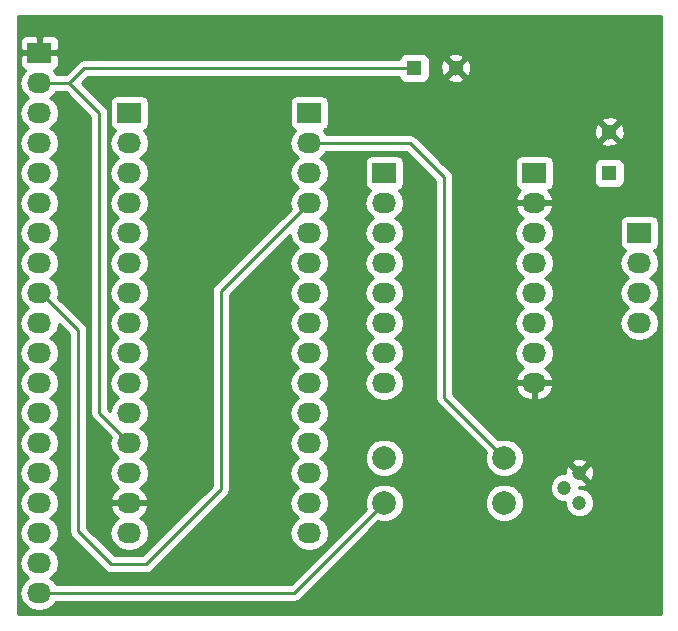
<source format=gbl>
G04 #@! TF.FileFunction,Copper,L2,Bot,Signal*
%FSLAX46Y46*%
G04 Gerber Fmt 4.6, Leading zero omitted, Abs format (unit mm)*
G04 Created by KiCad (PCBNEW 4.0.4+e1-6308~48~ubuntu16.04.1-stable) date Tue Oct 25 18:35:52 2016*
%MOMM*%
%LPD*%
G01*
G04 APERTURE LIST*
%ADD10C,0.100000*%
%ADD11R,2.032000X1.727200*%
%ADD12O,2.032000X1.727200*%
%ADD13C,1.300000*%
%ADD14R,1.300000X1.300000*%
%ADD15C,1.200000*%
%ADD16C,1.998980*%
%ADD17C,0.250000*%
%ADD18C,0.254000*%
G04 APERTURE END LIST*
D10*
D11*
X58420000Y-60960000D03*
D12*
X58420000Y-63500000D03*
X58420000Y-66040000D03*
X58420000Y-68580000D03*
X58420000Y-71120000D03*
X58420000Y-73660000D03*
X58420000Y-76200000D03*
X58420000Y-78740000D03*
X58420000Y-81280000D03*
X58420000Y-83820000D03*
X58420000Y-86360000D03*
X58420000Y-88900000D03*
X58420000Y-91440000D03*
X58420000Y-93980000D03*
X58420000Y-96520000D03*
D11*
X73660000Y-60960000D03*
D12*
X73660000Y-63500000D03*
X73660000Y-66040000D03*
X73660000Y-68580000D03*
X73660000Y-71120000D03*
X73660000Y-73660000D03*
X73660000Y-76200000D03*
X73660000Y-78740000D03*
X73660000Y-81280000D03*
X73660000Y-83820000D03*
X73660000Y-86360000D03*
X73660000Y-88900000D03*
X73660000Y-91440000D03*
X73660000Y-93980000D03*
X73660000Y-96520000D03*
D11*
X80010000Y-66040000D03*
D12*
X80010000Y-68580000D03*
X80010000Y-71120000D03*
X80010000Y-73660000D03*
X80010000Y-76200000D03*
X80010000Y-78740000D03*
X80010000Y-81280000D03*
X80010000Y-83820000D03*
D11*
X92710000Y-66040000D03*
D12*
X92710000Y-68580000D03*
X92710000Y-71120000D03*
X92710000Y-73660000D03*
X92710000Y-76200000D03*
X92710000Y-78740000D03*
X92710000Y-81280000D03*
X92710000Y-83820000D03*
D11*
X101600000Y-71120000D03*
D12*
X101600000Y-73660000D03*
X101600000Y-76200000D03*
X101600000Y-78740000D03*
D13*
X86050000Y-57150000D03*
D14*
X82550000Y-57150000D03*
D15*
X96520000Y-91440000D03*
X95250000Y-92710000D03*
X96520000Y-93980000D03*
D16*
X80010000Y-93980000D03*
X90170000Y-93980000D03*
X80010000Y-90170000D03*
X90170000Y-90170000D03*
D13*
X99060000Y-62540000D03*
D14*
X99060000Y-66040000D03*
D11*
X50800000Y-55880000D03*
D12*
X50800000Y-58420000D03*
X50800000Y-60960000D03*
X50800000Y-63500000D03*
X50800000Y-66040000D03*
X50800000Y-68580000D03*
X50800000Y-71120000D03*
X50800000Y-73660000D03*
X50800000Y-76200000D03*
X50800000Y-78740000D03*
X50800000Y-81280000D03*
X50800000Y-83820000D03*
X50800000Y-86360000D03*
X50800000Y-88900000D03*
X50800000Y-91440000D03*
X50800000Y-93980000D03*
X50800000Y-96520000D03*
X50800000Y-99060000D03*
X50800000Y-101600000D03*
D17*
X50800000Y-76200000D02*
X50927000Y-76200000D01*
X50927000Y-76200000D02*
X54102000Y-79375000D01*
X54102000Y-79375000D02*
X54102000Y-96393000D01*
X54102000Y-96393000D02*
X56896000Y-99187000D01*
X56896000Y-99187000D02*
X59817000Y-99187000D01*
X59817000Y-99187000D02*
X66167000Y-92837000D01*
X66167000Y-92837000D02*
X66167000Y-76073000D01*
X66167000Y-76073000D02*
X73660000Y-68580000D01*
X50800000Y-101600000D02*
X72390000Y-101600000D01*
X72390000Y-101600000D02*
X80010000Y-93980000D01*
X53340000Y-58420000D02*
X54610000Y-57150000D01*
X54610000Y-57150000D02*
X82550000Y-57150000D01*
X50800000Y-58420000D02*
X53340000Y-58420000D01*
X55880000Y-86360000D02*
X58420000Y-88900000D01*
X55880000Y-60960000D02*
X55880000Y-86360000D01*
X53340000Y-58420000D02*
X55880000Y-60960000D01*
X50800000Y-78740000D02*
X50927000Y-78740000D01*
X73660000Y-63500000D02*
X82169000Y-63500000D01*
X85090000Y-85090000D02*
X90170000Y-90170000D01*
X85090000Y-66421000D02*
X85090000Y-85090000D01*
X82169000Y-63500000D02*
X85090000Y-66421000D01*
D18*
G36*
X103430000Y-103430000D02*
X48970000Y-103430000D01*
X48970000Y-58420000D01*
X49116655Y-58420000D01*
X49230729Y-58993489D01*
X49555585Y-59479670D01*
X49870366Y-59690000D01*
X49555585Y-59900330D01*
X49230729Y-60386511D01*
X49116655Y-60960000D01*
X49230729Y-61533489D01*
X49555585Y-62019670D01*
X49870366Y-62230000D01*
X49555585Y-62440330D01*
X49230729Y-62926511D01*
X49116655Y-63500000D01*
X49230729Y-64073489D01*
X49555585Y-64559670D01*
X49870366Y-64770000D01*
X49555585Y-64980330D01*
X49230729Y-65466511D01*
X49116655Y-66040000D01*
X49230729Y-66613489D01*
X49555585Y-67099670D01*
X49870366Y-67310000D01*
X49555585Y-67520330D01*
X49230729Y-68006511D01*
X49116655Y-68580000D01*
X49230729Y-69153489D01*
X49555585Y-69639670D01*
X49870366Y-69850000D01*
X49555585Y-70060330D01*
X49230729Y-70546511D01*
X49116655Y-71120000D01*
X49230729Y-71693489D01*
X49555585Y-72179670D01*
X49870366Y-72390000D01*
X49555585Y-72600330D01*
X49230729Y-73086511D01*
X49116655Y-73660000D01*
X49230729Y-74233489D01*
X49555585Y-74719670D01*
X49870366Y-74930000D01*
X49555585Y-75140330D01*
X49230729Y-75626511D01*
X49116655Y-76200000D01*
X49230729Y-76773489D01*
X49555585Y-77259670D01*
X49870366Y-77470000D01*
X49555585Y-77680330D01*
X49230729Y-78166511D01*
X49116655Y-78740000D01*
X49230729Y-79313489D01*
X49555585Y-79799670D01*
X49870366Y-80010000D01*
X49555585Y-80220330D01*
X49230729Y-80706511D01*
X49116655Y-81280000D01*
X49230729Y-81853489D01*
X49555585Y-82339670D01*
X49870366Y-82550000D01*
X49555585Y-82760330D01*
X49230729Y-83246511D01*
X49116655Y-83820000D01*
X49230729Y-84393489D01*
X49555585Y-84879670D01*
X49870366Y-85090000D01*
X49555585Y-85300330D01*
X49230729Y-85786511D01*
X49116655Y-86360000D01*
X49230729Y-86933489D01*
X49555585Y-87419670D01*
X49870366Y-87630000D01*
X49555585Y-87840330D01*
X49230729Y-88326511D01*
X49116655Y-88900000D01*
X49230729Y-89473489D01*
X49555585Y-89959670D01*
X49870366Y-90170000D01*
X49555585Y-90380330D01*
X49230729Y-90866511D01*
X49116655Y-91440000D01*
X49230729Y-92013489D01*
X49555585Y-92499670D01*
X49870366Y-92710000D01*
X49555585Y-92920330D01*
X49230729Y-93406511D01*
X49116655Y-93980000D01*
X49230729Y-94553489D01*
X49555585Y-95039670D01*
X49870366Y-95250000D01*
X49555585Y-95460330D01*
X49230729Y-95946511D01*
X49116655Y-96520000D01*
X49230729Y-97093489D01*
X49555585Y-97579670D01*
X49870366Y-97790000D01*
X49555585Y-98000330D01*
X49230729Y-98486511D01*
X49116655Y-99060000D01*
X49230729Y-99633489D01*
X49555585Y-100119670D01*
X49870366Y-100330000D01*
X49555585Y-100540330D01*
X49230729Y-101026511D01*
X49116655Y-101600000D01*
X49230729Y-102173489D01*
X49555585Y-102659670D01*
X50041766Y-102984526D01*
X50615255Y-103098600D01*
X50984745Y-103098600D01*
X51558234Y-102984526D01*
X52044415Y-102659670D01*
X52244648Y-102360000D01*
X72390000Y-102360000D01*
X72680839Y-102302148D01*
X72927401Y-102137401D01*
X79518917Y-95545885D01*
X79683453Y-95614206D01*
X80333694Y-95614774D01*
X80934655Y-95366462D01*
X81394846Y-94907073D01*
X81644206Y-94306547D01*
X81644208Y-94303694D01*
X88535226Y-94303694D01*
X88783538Y-94904655D01*
X89242927Y-95364846D01*
X89843453Y-95614206D01*
X90493694Y-95614774D01*
X91094655Y-95366462D01*
X91554846Y-94907073D01*
X91804206Y-94306547D01*
X91804774Y-93656306D01*
X91556462Y-93055345D01*
X91455872Y-92954579D01*
X94014786Y-92954579D01*
X94202408Y-93408657D01*
X94549515Y-93756371D01*
X95003266Y-93944785D01*
X95285030Y-93945031D01*
X95284786Y-94224579D01*
X95472408Y-94678657D01*
X95819515Y-95026371D01*
X96273266Y-95214785D01*
X96764579Y-95215214D01*
X97218657Y-95027592D01*
X97566371Y-94680485D01*
X97754785Y-94226734D01*
X97755214Y-93735421D01*
X97567592Y-93281343D01*
X97220485Y-92933629D01*
X96766734Y-92745215D01*
X96484970Y-92744969D01*
X96485027Y-92679521D01*
X96841413Y-92657482D01*
X97153617Y-92528164D01*
X97203130Y-92302735D01*
X96520000Y-91619605D01*
X96505858Y-91633748D01*
X96326253Y-91454143D01*
X96340395Y-91440000D01*
X96699605Y-91440000D01*
X97382735Y-92123130D01*
X97608164Y-92073617D01*
X97767807Y-91608964D01*
X97737482Y-91118587D01*
X97608164Y-90806383D01*
X97382735Y-90756870D01*
X96699605Y-91440000D01*
X96340395Y-91440000D01*
X95657265Y-90756870D01*
X95431836Y-90806383D01*
X95272193Y-91271036D01*
X95284808Y-91475030D01*
X95005421Y-91474786D01*
X94551343Y-91662408D01*
X94203629Y-92009515D01*
X94015215Y-92463266D01*
X94014786Y-92954579D01*
X91455872Y-92954579D01*
X91097073Y-92595154D01*
X90496547Y-92345794D01*
X89846306Y-92345226D01*
X89245345Y-92593538D01*
X88785154Y-93052927D01*
X88535794Y-93653453D01*
X88535226Y-94303694D01*
X81644208Y-94303694D01*
X81644774Y-93656306D01*
X81396462Y-93055345D01*
X80937073Y-92595154D01*
X80336547Y-92345794D01*
X79686306Y-92345226D01*
X79085345Y-92593538D01*
X78625154Y-93052927D01*
X78375794Y-93653453D01*
X78375226Y-94303694D01*
X78444309Y-94470889D01*
X72075198Y-100840000D01*
X52244648Y-100840000D01*
X52044415Y-100540330D01*
X51729634Y-100330000D01*
X52044415Y-100119670D01*
X52369271Y-99633489D01*
X52483345Y-99060000D01*
X52369271Y-98486511D01*
X52044415Y-98000330D01*
X51729634Y-97790000D01*
X52044415Y-97579670D01*
X52369271Y-97093489D01*
X52483345Y-96520000D01*
X52369271Y-95946511D01*
X52044415Y-95460330D01*
X51729634Y-95250000D01*
X52044415Y-95039670D01*
X52369271Y-94553489D01*
X52483345Y-93980000D01*
X52369271Y-93406511D01*
X52044415Y-92920330D01*
X51729634Y-92710000D01*
X52044415Y-92499670D01*
X52369271Y-92013489D01*
X52483345Y-91440000D01*
X52369271Y-90866511D01*
X52044415Y-90380330D01*
X51729634Y-90170000D01*
X52044415Y-89959670D01*
X52369271Y-89473489D01*
X52483345Y-88900000D01*
X52369271Y-88326511D01*
X52044415Y-87840330D01*
X51729634Y-87630000D01*
X52044415Y-87419670D01*
X52369271Y-86933489D01*
X52483345Y-86360000D01*
X52369271Y-85786511D01*
X52044415Y-85300330D01*
X51729634Y-85090000D01*
X52044415Y-84879670D01*
X52369271Y-84393489D01*
X52483345Y-83820000D01*
X52369271Y-83246511D01*
X52044415Y-82760330D01*
X51729634Y-82550000D01*
X52044415Y-82339670D01*
X52369271Y-81853489D01*
X52483345Y-81280000D01*
X52369271Y-80706511D01*
X52044415Y-80220330D01*
X51729634Y-80010000D01*
X52044415Y-79799670D01*
X52369271Y-79313489D01*
X52468223Y-78816025D01*
X53342000Y-79689802D01*
X53342000Y-96393000D01*
X53399852Y-96683839D01*
X53564599Y-96930401D01*
X56358599Y-99724401D01*
X56605161Y-99889148D01*
X56896000Y-99947000D01*
X59817000Y-99947000D01*
X60107839Y-99889148D01*
X60354401Y-99724401D01*
X66704401Y-93374401D01*
X66869148Y-93127839D01*
X66927000Y-92837000D01*
X66927000Y-76387802D01*
X72012848Y-71301954D01*
X72090729Y-71693489D01*
X72415585Y-72179670D01*
X72730366Y-72390000D01*
X72415585Y-72600330D01*
X72090729Y-73086511D01*
X71976655Y-73660000D01*
X72090729Y-74233489D01*
X72415585Y-74719670D01*
X72730366Y-74930000D01*
X72415585Y-75140330D01*
X72090729Y-75626511D01*
X71976655Y-76200000D01*
X72090729Y-76773489D01*
X72415585Y-77259670D01*
X72730366Y-77470000D01*
X72415585Y-77680330D01*
X72090729Y-78166511D01*
X71976655Y-78740000D01*
X72090729Y-79313489D01*
X72415585Y-79799670D01*
X72730366Y-80010000D01*
X72415585Y-80220330D01*
X72090729Y-80706511D01*
X71976655Y-81280000D01*
X72090729Y-81853489D01*
X72415585Y-82339670D01*
X72730366Y-82550000D01*
X72415585Y-82760330D01*
X72090729Y-83246511D01*
X71976655Y-83820000D01*
X72090729Y-84393489D01*
X72415585Y-84879670D01*
X72730366Y-85090000D01*
X72415585Y-85300330D01*
X72090729Y-85786511D01*
X71976655Y-86360000D01*
X72090729Y-86933489D01*
X72415585Y-87419670D01*
X72730366Y-87630000D01*
X72415585Y-87840330D01*
X72090729Y-88326511D01*
X71976655Y-88900000D01*
X72090729Y-89473489D01*
X72415585Y-89959670D01*
X72730366Y-90170000D01*
X72415585Y-90380330D01*
X72090729Y-90866511D01*
X71976655Y-91440000D01*
X72090729Y-92013489D01*
X72415585Y-92499670D01*
X72730366Y-92710000D01*
X72415585Y-92920330D01*
X72090729Y-93406511D01*
X71976655Y-93980000D01*
X72090729Y-94553489D01*
X72415585Y-95039670D01*
X72730366Y-95250000D01*
X72415585Y-95460330D01*
X72090729Y-95946511D01*
X71976655Y-96520000D01*
X72090729Y-97093489D01*
X72415585Y-97579670D01*
X72901766Y-97904526D01*
X73475255Y-98018600D01*
X73844745Y-98018600D01*
X74418234Y-97904526D01*
X74904415Y-97579670D01*
X75229271Y-97093489D01*
X75343345Y-96520000D01*
X75229271Y-95946511D01*
X74904415Y-95460330D01*
X74589634Y-95250000D01*
X74904415Y-95039670D01*
X75229271Y-94553489D01*
X75343345Y-93980000D01*
X75229271Y-93406511D01*
X74904415Y-92920330D01*
X74589634Y-92710000D01*
X74904415Y-92499670D01*
X75229271Y-92013489D01*
X75343345Y-91440000D01*
X75229271Y-90866511D01*
X74980163Y-90493694D01*
X78375226Y-90493694D01*
X78623538Y-91094655D01*
X79082927Y-91554846D01*
X79683453Y-91804206D01*
X80333694Y-91804774D01*
X80934655Y-91556462D01*
X81394846Y-91097073D01*
X81644206Y-90496547D01*
X81644774Y-89846306D01*
X81396462Y-89245345D01*
X80937073Y-88785154D01*
X80336547Y-88535794D01*
X79686306Y-88535226D01*
X79085345Y-88783538D01*
X78625154Y-89242927D01*
X78375794Y-89843453D01*
X78375226Y-90493694D01*
X74980163Y-90493694D01*
X74904415Y-90380330D01*
X74589634Y-90170000D01*
X74904415Y-89959670D01*
X75229271Y-89473489D01*
X75343345Y-88900000D01*
X75229271Y-88326511D01*
X74904415Y-87840330D01*
X74589634Y-87630000D01*
X74904415Y-87419670D01*
X75229271Y-86933489D01*
X75343345Y-86360000D01*
X75229271Y-85786511D01*
X74904415Y-85300330D01*
X74589634Y-85090000D01*
X74904415Y-84879670D01*
X75229271Y-84393489D01*
X75343345Y-83820000D01*
X75229271Y-83246511D01*
X74904415Y-82760330D01*
X74589634Y-82550000D01*
X74904415Y-82339670D01*
X75229271Y-81853489D01*
X75343345Y-81280000D01*
X75229271Y-80706511D01*
X74904415Y-80220330D01*
X74589634Y-80010000D01*
X74904415Y-79799670D01*
X75229271Y-79313489D01*
X75343345Y-78740000D01*
X75229271Y-78166511D01*
X74904415Y-77680330D01*
X74589634Y-77470000D01*
X74904415Y-77259670D01*
X75229271Y-76773489D01*
X75343345Y-76200000D01*
X75229271Y-75626511D01*
X74904415Y-75140330D01*
X74589634Y-74930000D01*
X74904415Y-74719670D01*
X75229271Y-74233489D01*
X75343345Y-73660000D01*
X75229271Y-73086511D01*
X74904415Y-72600330D01*
X74589634Y-72390000D01*
X74904415Y-72179670D01*
X75229271Y-71693489D01*
X75343345Y-71120000D01*
X75229271Y-70546511D01*
X74904415Y-70060330D01*
X74589634Y-69850000D01*
X74904415Y-69639670D01*
X75229271Y-69153489D01*
X75343345Y-68580000D01*
X78326655Y-68580000D01*
X78440729Y-69153489D01*
X78765585Y-69639670D01*
X79080366Y-69850000D01*
X78765585Y-70060330D01*
X78440729Y-70546511D01*
X78326655Y-71120000D01*
X78440729Y-71693489D01*
X78765585Y-72179670D01*
X79080366Y-72390000D01*
X78765585Y-72600330D01*
X78440729Y-73086511D01*
X78326655Y-73660000D01*
X78440729Y-74233489D01*
X78765585Y-74719670D01*
X79080366Y-74930000D01*
X78765585Y-75140330D01*
X78440729Y-75626511D01*
X78326655Y-76200000D01*
X78440729Y-76773489D01*
X78765585Y-77259670D01*
X79080366Y-77470000D01*
X78765585Y-77680330D01*
X78440729Y-78166511D01*
X78326655Y-78740000D01*
X78440729Y-79313489D01*
X78765585Y-79799670D01*
X79080366Y-80010000D01*
X78765585Y-80220330D01*
X78440729Y-80706511D01*
X78326655Y-81280000D01*
X78440729Y-81853489D01*
X78765585Y-82339670D01*
X79080366Y-82550000D01*
X78765585Y-82760330D01*
X78440729Y-83246511D01*
X78326655Y-83820000D01*
X78440729Y-84393489D01*
X78765585Y-84879670D01*
X79251766Y-85204526D01*
X79825255Y-85318600D01*
X80194745Y-85318600D01*
X80768234Y-85204526D01*
X81254415Y-84879670D01*
X81579271Y-84393489D01*
X81693345Y-83820000D01*
X81579271Y-83246511D01*
X81254415Y-82760330D01*
X80939634Y-82550000D01*
X81254415Y-82339670D01*
X81579271Y-81853489D01*
X81693345Y-81280000D01*
X81579271Y-80706511D01*
X81254415Y-80220330D01*
X80939634Y-80010000D01*
X81254415Y-79799670D01*
X81579271Y-79313489D01*
X81693345Y-78740000D01*
X81579271Y-78166511D01*
X81254415Y-77680330D01*
X80939634Y-77470000D01*
X81254415Y-77259670D01*
X81579271Y-76773489D01*
X81693345Y-76200000D01*
X81579271Y-75626511D01*
X81254415Y-75140330D01*
X80939634Y-74930000D01*
X81254415Y-74719670D01*
X81579271Y-74233489D01*
X81693345Y-73660000D01*
X81579271Y-73086511D01*
X81254415Y-72600330D01*
X80939634Y-72390000D01*
X81254415Y-72179670D01*
X81579271Y-71693489D01*
X81693345Y-71120000D01*
X81579271Y-70546511D01*
X81254415Y-70060330D01*
X80939634Y-69850000D01*
X81254415Y-69639670D01*
X81579271Y-69153489D01*
X81693345Y-68580000D01*
X81579271Y-68006511D01*
X81254415Y-67520330D01*
X81240087Y-67510757D01*
X81261317Y-67506762D01*
X81477441Y-67367690D01*
X81622431Y-67155490D01*
X81673440Y-66903600D01*
X81673440Y-65176400D01*
X81629162Y-64941083D01*
X81490090Y-64724959D01*
X81277890Y-64579969D01*
X81026000Y-64528960D01*
X78994000Y-64528960D01*
X78758683Y-64573238D01*
X78542559Y-64712310D01*
X78397569Y-64924510D01*
X78346560Y-65176400D01*
X78346560Y-66903600D01*
X78390838Y-67138917D01*
X78529910Y-67355041D01*
X78742110Y-67500031D01*
X78783439Y-67508400D01*
X78765585Y-67520330D01*
X78440729Y-68006511D01*
X78326655Y-68580000D01*
X75343345Y-68580000D01*
X75229271Y-68006511D01*
X74904415Y-67520330D01*
X74589634Y-67310000D01*
X74904415Y-67099670D01*
X75229271Y-66613489D01*
X75343345Y-66040000D01*
X75229271Y-65466511D01*
X74904415Y-64980330D01*
X74589634Y-64770000D01*
X74904415Y-64559670D01*
X75104648Y-64260000D01*
X81854198Y-64260000D01*
X84330000Y-66735802D01*
X84330000Y-85090000D01*
X84387852Y-85380839D01*
X84552599Y-85627401D01*
X88604115Y-89678917D01*
X88535794Y-89843453D01*
X88535226Y-90493694D01*
X88783538Y-91094655D01*
X89242927Y-91554846D01*
X89843453Y-91804206D01*
X90493694Y-91804774D01*
X91094655Y-91556462D01*
X91554846Y-91097073D01*
X91770688Y-90577265D01*
X95836870Y-90577265D01*
X96520000Y-91260395D01*
X97203130Y-90577265D01*
X97153617Y-90351836D01*
X96688964Y-90192193D01*
X96198587Y-90222518D01*
X95886383Y-90351836D01*
X95836870Y-90577265D01*
X91770688Y-90577265D01*
X91804206Y-90496547D01*
X91804774Y-89846306D01*
X91556462Y-89245345D01*
X91097073Y-88785154D01*
X90496547Y-88535794D01*
X89846306Y-88535226D01*
X89679111Y-88604309D01*
X85850000Y-84775198D01*
X85850000Y-84179026D01*
X91102642Y-84179026D01*
X91105291Y-84194791D01*
X91359268Y-84722036D01*
X91795680Y-85111954D01*
X92348087Y-85305184D01*
X92583000Y-85160924D01*
X92583000Y-83947000D01*
X92837000Y-83947000D01*
X92837000Y-85160924D01*
X93071913Y-85305184D01*
X93624320Y-85111954D01*
X94060732Y-84722036D01*
X94314709Y-84194791D01*
X94317358Y-84179026D01*
X94196217Y-83947000D01*
X92837000Y-83947000D01*
X92583000Y-83947000D01*
X91223783Y-83947000D01*
X91102642Y-84179026D01*
X85850000Y-84179026D01*
X85850000Y-71120000D01*
X91026655Y-71120000D01*
X91140729Y-71693489D01*
X91465585Y-72179670D01*
X91780366Y-72390000D01*
X91465585Y-72600330D01*
X91140729Y-73086511D01*
X91026655Y-73660000D01*
X91140729Y-74233489D01*
X91465585Y-74719670D01*
X91780366Y-74930000D01*
X91465585Y-75140330D01*
X91140729Y-75626511D01*
X91026655Y-76200000D01*
X91140729Y-76773489D01*
X91465585Y-77259670D01*
X91780366Y-77470000D01*
X91465585Y-77680330D01*
X91140729Y-78166511D01*
X91026655Y-78740000D01*
X91140729Y-79313489D01*
X91465585Y-79799670D01*
X91780366Y-80010000D01*
X91465585Y-80220330D01*
X91140729Y-80706511D01*
X91026655Y-81280000D01*
X91140729Y-81853489D01*
X91465585Y-82339670D01*
X91775069Y-82546461D01*
X91359268Y-82917964D01*
X91105291Y-83445209D01*
X91102642Y-83460974D01*
X91223783Y-83693000D01*
X92583000Y-83693000D01*
X92583000Y-83673000D01*
X92837000Y-83673000D01*
X92837000Y-83693000D01*
X94196217Y-83693000D01*
X94317358Y-83460974D01*
X94314709Y-83445209D01*
X94060732Y-82917964D01*
X93644931Y-82546461D01*
X93954415Y-82339670D01*
X94279271Y-81853489D01*
X94393345Y-81280000D01*
X94279271Y-80706511D01*
X93954415Y-80220330D01*
X93639634Y-80010000D01*
X93954415Y-79799670D01*
X94279271Y-79313489D01*
X94393345Y-78740000D01*
X94279271Y-78166511D01*
X93954415Y-77680330D01*
X93639634Y-77470000D01*
X93954415Y-77259670D01*
X94279271Y-76773489D01*
X94393345Y-76200000D01*
X94279271Y-75626511D01*
X93954415Y-75140330D01*
X93639634Y-74930000D01*
X93954415Y-74719670D01*
X94279271Y-74233489D01*
X94393345Y-73660000D01*
X99916655Y-73660000D01*
X100030729Y-74233489D01*
X100355585Y-74719670D01*
X100670366Y-74930000D01*
X100355585Y-75140330D01*
X100030729Y-75626511D01*
X99916655Y-76200000D01*
X100030729Y-76773489D01*
X100355585Y-77259670D01*
X100670366Y-77470000D01*
X100355585Y-77680330D01*
X100030729Y-78166511D01*
X99916655Y-78740000D01*
X100030729Y-79313489D01*
X100355585Y-79799670D01*
X100841766Y-80124526D01*
X101415255Y-80238600D01*
X101784745Y-80238600D01*
X102358234Y-80124526D01*
X102844415Y-79799670D01*
X103169271Y-79313489D01*
X103283345Y-78740000D01*
X103169271Y-78166511D01*
X102844415Y-77680330D01*
X102529634Y-77470000D01*
X102844415Y-77259670D01*
X103169271Y-76773489D01*
X103283345Y-76200000D01*
X103169271Y-75626511D01*
X102844415Y-75140330D01*
X102529634Y-74930000D01*
X102844415Y-74719670D01*
X103169271Y-74233489D01*
X103283345Y-73660000D01*
X103169271Y-73086511D01*
X102844415Y-72600330D01*
X102830087Y-72590757D01*
X102851317Y-72586762D01*
X103067441Y-72447690D01*
X103212431Y-72235490D01*
X103263440Y-71983600D01*
X103263440Y-70256400D01*
X103219162Y-70021083D01*
X103080090Y-69804959D01*
X102867890Y-69659969D01*
X102616000Y-69608960D01*
X100584000Y-69608960D01*
X100348683Y-69653238D01*
X100132559Y-69792310D01*
X99987569Y-70004510D01*
X99936560Y-70256400D01*
X99936560Y-71983600D01*
X99980838Y-72218917D01*
X100119910Y-72435041D01*
X100332110Y-72580031D01*
X100373439Y-72588400D01*
X100355585Y-72600330D01*
X100030729Y-73086511D01*
X99916655Y-73660000D01*
X94393345Y-73660000D01*
X94279271Y-73086511D01*
X93954415Y-72600330D01*
X93639634Y-72390000D01*
X93954415Y-72179670D01*
X94279271Y-71693489D01*
X94393345Y-71120000D01*
X94279271Y-70546511D01*
X93954415Y-70060330D01*
X93644931Y-69853539D01*
X94060732Y-69482036D01*
X94314709Y-68954791D01*
X94317358Y-68939026D01*
X94196217Y-68707000D01*
X92837000Y-68707000D01*
X92837000Y-68727000D01*
X92583000Y-68727000D01*
X92583000Y-68707000D01*
X91223783Y-68707000D01*
X91102642Y-68939026D01*
X91105291Y-68954791D01*
X91359268Y-69482036D01*
X91775069Y-69853539D01*
X91465585Y-70060330D01*
X91140729Y-70546511D01*
X91026655Y-71120000D01*
X85850000Y-71120000D01*
X85850000Y-66421000D01*
X85792148Y-66130161D01*
X85627401Y-65883599D01*
X84920202Y-65176400D01*
X91046560Y-65176400D01*
X91046560Y-66903600D01*
X91090838Y-67138917D01*
X91229910Y-67355041D01*
X91442110Y-67500031D01*
X91536927Y-67519232D01*
X91359268Y-67677964D01*
X91105291Y-68205209D01*
X91102642Y-68220974D01*
X91223783Y-68453000D01*
X92583000Y-68453000D01*
X92583000Y-68433000D01*
X92837000Y-68433000D01*
X92837000Y-68453000D01*
X94196217Y-68453000D01*
X94317358Y-68220974D01*
X94314709Y-68205209D01*
X94060732Y-67677964D01*
X93885155Y-67521093D01*
X93961317Y-67506762D01*
X94177441Y-67367690D01*
X94322431Y-67155490D01*
X94373440Y-66903600D01*
X94373440Y-65390000D01*
X97762560Y-65390000D01*
X97762560Y-66690000D01*
X97806838Y-66925317D01*
X97945910Y-67141441D01*
X98158110Y-67286431D01*
X98410000Y-67337440D01*
X99710000Y-67337440D01*
X99945317Y-67293162D01*
X100161441Y-67154090D01*
X100306431Y-66941890D01*
X100357440Y-66690000D01*
X100357440Y-65390000D01*
X100313162Y-65154683D01*
X100174090Y-64938559D01*
X99961890Y-64793569D01*
X99710000Y-64742560D01*
X98410000Y-64742560D01*
X98174683Y-64786838D01*
X97958559Y-64925910D01*
X97813569Y-65138110D01*
X97762560Y-65390000D01*
X94373440Y-65390000D01*
X94373440Y-65176400D01*
X94329162Y-64941083D01*
X94190090Y-64724959D01*
X93977890Y-64579969D01*
X93726000Y-64528960D01*
X91694000Y-64528960D01*
X91458683Y-64573238D01*
X91242559Y-64712310D01*
X91097569Y-64924510D01*
X91046560Y-65176400D01*
X84920202Y-65176400D01*
X83182818Y-63439016D01*
X98340590Y-63439016D01*
X98396271Y-63669611D01*
X98879078Y-63837622D01*
X99389428Y-63808083D01*
X99723729Y-63669611D01*
X99779410Y-63439016D01*
X99060000Y-62719605D01*
X98340590Y-63439016D01*
X83182818Y-63439016D01*
X82706401Y-62962599D01*
X82459839Y-62797852D01*
X82169000Y-62740000D01*
X75104648Y-62740000D01*
X74904415Y-62440330D01*
X74890087Y-62430757D01*
X74911317Y-62426762D01*
X75016500Y-62359078D01*
X97762378Y-62359078D01*
X97791917Y-62869428D01*
X97930389Y-63203729D01*
X98160984Y-63259410D01*
X98880395Y-62540000D01*
X99239605Y-62540000D01*
X99959016Y-63259410D01*
X100189611Y-63203729D01*
X100357622Y-62720922D01*
X100328083Y-62210572D01*
X100189611Y-61876271D01*
X99959016Y-61820590D01*
X99239605Y-62540000D01*
X98880395Y-62540000D01*
X98160984Y-61820590D01*
X97930389Y-61876271D01*
X97762378Y-62359078D01*
X75016500Y-62359078D01*
X75127441Y-62287690D01*
X75272431Y-62075490D01*
X75323440Y-61823600D01*
X75323440Y-61640984D01*
X98340590Y-61640984D01*
X99060000Y-62360395D01*
X99779410Y-61640984D01*
X99723729Y-61410389D01*
X99240922Y-61242378D01*
X98730572Y-61271917D01*
X98396271Y-61410389D01*
X98340590Y-61640984D01*
X75323440Y-61640984D01*
X75323440Y-60096400D01*
X75279162Y-59861083D01*
X75140090Y-59644959D01*
X74927890Y-59499969D01*
X74676000Y-59448960D01*
X72644000Y-59448960D01*
X72408683Y-59493238D01*
X72192559Y-59632310D01*
X72047569Y-59844510D01*
X71996560Y-60096400D01*
X71996560Y-61823600D01*
X72040838Y-62058917D01*
X72179910Y-62275041D01*
X72392110Y-62420031D01*
X72433439Y-62428400D01*
X72415585Y-62440330D01*
X72090729Y-62926511D01*
X71976655Y-63500000D01*
X72090729Y-64073489D01*
X72415585Y-64559670D01*
X72730366Y-64770000D01*
X72415585Y-64980330D01*
X72090729Y-65466511D01*
X71976655Y-66040000D01*
X72090729Y-66613489D01*
X72415585Y-67099670D01*
X72730366Y-67310000D01*
X72415585Y-67520330D01*
X72090729Y-68006511D01*
X71976655Y-68580000D01*
X72077619Y-69087579D01*
X65629599Y-75535599D01*
X65464852Y-75782161D01*
X65407000Y-76073000D01*
X65407000Y-92522198D01*
X59502198Y-98427000D01*
X57210802Y-98427000D01*
X55303802Y-96520000D01*
X56736655Y-96520000D01*
X56850729Y-97093489D01*
X57175585Y-97579670D01*
X57661766Y-97904526D01*
X58235255Y-98018600D01*
X58604745Y-98018600D01*
X59178234Y-97904526D01*
X59664415Y-97579670D01*
X59989271Y-97093489D01*
X60103345Y-96520000D01*
X59989271Y-95946511D01*
X59664415Y-95460330D01*
X59354931Y-95253539D01*
X59770732Y-94882036D01*
X60024709Y-94354791D01*
X60027358Y-94339026D01*
X59906217Y-94107000D01*
X58547000Y-94107000D01*
X58547000Y-94127000D01*
X58293000Y-94127000D01*
X58293000Y-94107000D01*
X56933783Y-94107000D01*
X56812642Y-94339026D01*
X56815291Y-94354791D01*
X57069268Y-94882036D01*
X57485069Y-95253539D01*
X57175585Y-95460330D01*
X56850729Y-95946511D01*
X56736655Y-96520000D01*
X55303802Y-96520000D01*
X54862000Y-96078198D01*
X54862000Y-79375000D01*
X54804148Y-79084161D01*
X54639401Y-78837599D01*
X52403452Y-76601650D01*
X52483345Y-76200000D01*
X52369271Y-75626511D01*
X52044415Y-75140330D01*
X51729634Y-74930000D01*
X52044415Y-74719670D01*
X52369271Y-74233489D01*
X52483345Y-73660000D01*
X52369271Y-73086511D01*
X52044415Y-72600330D01*
X51729634Y-72390000D01*
X52044415Y-72179670D01*
X52369271Y-71693489D01*
X52483345Y-71120000D01*
X52369271Y-70546511D01*
X52044415Y-70060330D01*
X51729634Y-69850000D01*
X52044415Y-69639670D01*
X52369271Y-69153489D01*
X52483345Y-68580000D01*
X52369271Y-68006511D01*
X52044415Y-67520330D01*
X51729634Y-67310000D01*
X52044415Y-67099670D01*
X52369271Y-66613489D01*
X52483345Y-66040000D01*
X52369271Y-65466511D01*
X52044415Y-64980330D01*
X51729634Y-64770000D01*
X52044415Y-64559670D01*
X52369271Y-64073489D01*
X52483345Y-63500000D01*
X52369271Y-62926511D01*
X52044415Y-62440330D01*
X51729634Y-62230000D01*
X52044415Y-62019670D01*
X52369271Y-61533489D01*
X52483345Y-60960000D01*
X52369271Y-60386511D01*
X52044415Y-59900330D01*
X51729634Y-59690000D01*
X52044415Y-59479670D01*
X52244648Y-59180000D01*
X53025198Y-59180000D01*
X55120000Y-61274802D01*
X55120000Y-86360000D01*
X55177852Y-86650839D01*
X55342599Y-86897401D01*
X56837619Y-88392421D01*
X56736655Y-88900000D01*
X56850729Y-89473489D01*
X57175585Y-89959670D01*
X57490366Y-90170000D01*
X57175585Y-90380330D01*
X56850729Y-90866511D01*
X56736655Y-91440000D01*
X56850729Y-92013489D01*
X57175585Y-92499670D01*
X57485069Y-92706461D01*
X57069268Y-93077964D01*
X56815291Y-93605209D01*
X56812642Y-93620974D01*
X56933783Y-93853000D01*
X58293000Y-93853000D01*
X58293000Y-93833000D01*
X58547000Y-93833000D01*
X58547000Y-93853000D01*
X59906217Y-93853000D01*
X60027358Y-93620974D01*
X60024709Y-93605209D01*
X59770732Y-93077964D01*
X59354931Y-92706461D01*
X59664415Y-92499670D01*
X59989271Y-92013489D01*
X60103345Y-91440000D01*
X59989271Y-90866511D01*
X59664415Y-90380330D01*
X59349634Y-90170000D01*
X59664415Y-89959670D01*
X59989271Y-89473489D01*
X60103345Y-88900000D01*
X59989271Y-88326511D01*
X59664415Y-87840330D01*
X59349634Y-87630000D01*
X59664415Y-87419670D01*
X59989271Y-86933489D01*
X60103345Y-86360000D01*
X59989271Y-85786511D01*
X59664415Y-85300330D01*
X59349634Y-85090000D01*
X59664415Y-84879670D01*
X59989271Y-84393489D01*
X60103345Y-83820000D01*
X59989271Y-83246511D01*
X59664415Y-82760330D01*
X59349634Y-82550000D01*
X59664415Y-82339670D01*
X59989271Y-81853489D01*
X60103345Y-81280000D01*
X59989271Y-80706511D01*
X59664415Y-80220330D01*
X59349634Y-80010000D01*
X59664415Y-79799670D01*
X59989271Y-79313489D01*
X60103345Y-78740000D01*
X59989271Y-78166511D01*
X59664415Y-77680330D01*
X59349634Y-77470000D01*
X59664415Y-77259670D01*
X59989271Y-76773489D01*
X60103345Y-76200000D01*
X59989271Y-75626511D01*
X59664415Y-75140330D01*
X59349634Y-74930000D01*
X59664415Y-74719670D01*
X59989271Y-74233489D01*
X60103345Y-73660000D01*
X59989271Y-73086511D01*
X59664415Y-72600330D01*
X59349634Y-72390000D01*
X59664415Y-72179670D01*
X59989271Y-71693489D01*
X60103345Y-71120000D01*
X59989271Y-70546511D01*
X59664415Y-70060330D01*
X59349634Y-69850000D01*
X59664415Y-69639670D01*
X59989271Y-69153489D01*
X60103345Y-68580000D01*
X59989271Y-68006511D01*
X59664415Y-67520330D01*
X59349634Y-67310000D01*
X59664415Y-67099670D01*
X59989271Y-66613489D01*
X60103345Y-66040000D01*
X59989271Y-65466511D01*
X59664415Y-64980330D01*
X59349634Y-64770000D01*
X59664415Y-64559670D01*
X59989271Y-64073489D01*
X60103345Y-63500000D01*
X59989271Y-62926511D01*
X59664415Y-62440330D01*
X59650087Y-62430757D01*
X59671317Y-62426762D01*
X59887441Y-62287690D01*
X60032431Y-62075490D01*
X60083440Y-61823600D01*
X60083440Y-60096400D01*
X60039162Y-59861083D01*
X59900090Y-59644959D01*
X59687890Y-59499969D01*
X59436000Y-59448960D01*
X57404000Y-59448960D01*
X57168683Y-59493238D01*
X56952559Y-59632310D01*
X56807569Y-59844510D01*
X56756560Y-60096400D01*
X56756560Y-61823600D01*
X56800838Y-62058917D01*
X56939910Y-62275041D01*
X57152110Y-62420031D01*
X57193439Y-62428400D01*
X57175585Y-62440330D01*
X56850729Y-62926511D01*
X56736655Y-63500000D01*
X56850729Y-64073489D01*
X57175585Y-64559670D01*
X57490366Y-64770000D01*
X57175585Y-64980330D01*
X56850729Y-65466511D01*
X56736655Y-66040000D01*
X56850729Y-66613489D01*
X57175585Y-67099670D01*
X57490366Y-67310000D01*
X57175585Y-67520330D01*
X56850729Y-68006511D01*
X56736655Y-68580000D01*
X56850729Y-69153489D01*
X57175585Y-69639670D01*
X57490366Y-69850000D01*
X57175585Y-70060330D01*
X56850729Y-70546511D01*
X56736655Y-71120000D01*
X56850729Y-71693489D01*
X57175585Y-72179670D01*
X57490366Y-72390000D01*
X57175585Y-72600330D01*
X56850729Y-73086511D01*
X56736655Y-73660000D01*
X56850729Y-74233489D01*
X57175585Y-74719670D01*
X57490366Y-74930000D01*
X57175585Y-75140330D01*
X56850729Y-75626511D01*
X56736655Y-76200000D01*
X56850729Y-76773489D01*
X57175585Y-77259670D01*
X57490366Y-77470000D01*
X57175585Y-77680330D01*
X56850729Y-78166511D01*
X56736655Y-78740000D01*
X56850729Y-79313489D01*
X57175585Y-79799670D01*
X57490366Y-80010000D01*
X57175585Y-80220330D01*
X56850729Y-80706511D01*
X56736655Y-81280000D01*
X56850729Y-81853489D01*
X57175585Y-82339670D01*
X57490366Y-82550000D01*
X57175585Y-82760330D01*
X56850729Y-83246511D01*
X56736655Y-83820000D01*
X56850729Y-84393489D01*
X57175585Y-84879670D01*
X57490366Y-85090000D01*
X57175585Y-85300330D01*
X56850729Y-85786511D01*
X56772848Y-86178046D01*
X56640000Y-86045198D01*
X56640000Y-60960000D01*
X56582148Y-60669161D01*
X56582148Y-60669160D01*
X56417401Y-60422599D01*
X54414802Y-58420000D01*
X54924802Y-57910000D01*
X81273258Y-57910000D01*
X81296838Y-58035317D01*
X81435910Y-58251441D01*
X81648110Y-58396431D01*
X81900000Y-58447440D01*
X83200000Y-58447440D01*
X83435317Y-58403162D01*
X83651441Y-58264090D01*
X83796431Y-58051890D01*
X83797012Y-58049016D01*
X85330590Y-58049016D01*
X85386271Y-58279611D01*
X85869078Y-58447622D01*
X86379428Y-58418083D01*
X86713729Y-58279611D01*
X86769410Y-58049016D01*
X86050000Y-57329605D01*
X85330590Y-58049016D01*
X83797012Y-58049016D01*
X83847440Y-57800000D01*
X83847440Y-56969078D01*
X84752378Y-56969078D01*
X84781917Y-57479428D01*
X84920389Y-57813729D01*
X85150984Y-57869410D01*
X85870395Y-57150000D01*
X86229605Y-57150000D01*
X86949016Y-57869410D01*
X87179611Y-57813729D01*
X87347622Y-57330922D01*
X87318083Y-56820572D01*
X87179611Y-56486271D01*
X86949016Y-56430590D01*
X86229605Y-57150000D01*
X85870395Y-57150000D01*
X85150984Y-56430590D01*
X84920389Y-56486271D01*
X84752378Y-56969078D01*
X83847440Y-56969078D01*
X83847440Y-56500000D01*
X83803162Y-56264683D01*
X83794347Y-56250984D01*
X85330590Y-56250984D01*
X86050000Y-56970395D01*
X86769410Y-56250984D01*
X86713729Y-56020389D01*
X86230922Y-55852378D01*
X85720572Y-55881917D01*
X85386271Y-56020389D01*
X85330590Y-56250984D01*
X83794347Y-56250984D01*
X83664090Y-56048559D01*
X83451890Y-55903569D01*
X83200000Y-55852560D01*
X81900000Y-55852560D01*
X81664683Y-55896838D01*
X81448559Y-56035910D01*
X81303569Y-56248110D01*
X81274836Y-56390000D01*
X54610000Y-56390000D01*
X54319160Y-56447852D01*
X54072599Y-56612599D01*
X53025198Y-57660000D01*
X52244648Y-57660000D01*
X52044415Y-57360330D01*
X52022220Y-57345500D01*
X52175699Y-57281927D01*
X52354327Y-57103298D01*
X52451000Y-56869909D01*
X52451000Y-56165750D01*
X52292250Y-56007000D01*
X50927000Y-56007000D01*
X50927000Y-56027000D01*
X50673000Y-56027000D01*
X50673000Y-56007000D01*
X49307750Y-56007000D01*
X49149000Y-56165750D01*
X49149000Y-56869909D01*
X49245673Y-57103298D01*
X49424301Y-57281927D01*
X49577780Y-57345500D01*
X49555585Y-57360330D01*
X49230729Y-57846511D01*
X49116655Y-58420000D01*
X48970000Y-58420000D01*
X48970000Y-54890091D01*
X49149000Y-54890091D01*
X49149000Y-55594250D01*
X49307750Y-55753000D01*
X50673000Y-55753000D01*
X50673000Y-54540150D01*
X50927000Y-54540150D01*
X50927000Y-55753000D01*
X52292250Y-55753000D01*
X52451000Y-55594250D01*
X52451000Y-54890091D01*
X52354327Y-54656702D01*
X52175699Y-54478073D01*
X51942310Y-54381400D01*
X51085750Y-54381400D01*
X50927000Y-54540150D01*
X50673000Y-54540150D01*
X50514250Y-54381400D01*
X49657690Y-54381400D01*
X49424301Y-54478073D01*
X49245673Y-54656702D01*
X49149000Y-54890091D01*
X48970000Y-54890091D01*
X48970000Y-52780000D01*
X103430000Y-52780000D01*
X103430000Y-103430000D01*
X103430000Y-103430000D01*
G37*
X103430000Y-103430000D02*
X48970000Y-103430000D01*
X48970000Y-58420000D01*
X49116655Y-58420000D01*
X49230729Y-58993489D01*
X49555585Y-59479670D01*
X49870366Y-59690000D01*
X49555585Y-59900330D01*
X49230729Y-60386511D01*
X49116655Y-60960000D01*
X49230729Y-61533489D01*
X49555585Y-62019670D01*
X49870366Y-62230000D01*
X49555585Y-62440330D01*
X49230729Y-62926511D01*
X49116655Y-63500000D01*
X49230729Y-64073489D01*
X49555585Y-64559670D01*
X49870366Y-64770000D01*
X49555585Y-64980330D01*
X49230729Y-65466511D01*
X49116655Y-66040000D01*
X49230729Y-66613489D01*
X49555585Y-67099670D01*
X49870366Y-67310000D01*
X49555585Y-67520330D01*
X49230729Y-68006511D01*
X49116655Y-68580000D01*
X49230729Y-69153489D01*
X49555585Y-69639670D01*
X49870366Y-69850000D01*
X49555585Y-70060330D01*
X49230729Y-70546511D01*
X49116655Y-71120000D01*
X49230729Y-71693489D01*
X49555585Y-72179670D01*
X49870366Y-72390000D01*
X49555585Y-72600330D01*
X49230729Y-73086511D01*
X49116655Y-73660000D01*
X49230729Y-74233489D01*
X49555585Y-74719670D01*
X49870366Y-74930000D01*
X49555585Y-75140330D01*
X49230729Y-75626511D01*
X49116655Y-76200000D01*
X49230729Y-76773489D01*
X49555585Y-77259670D01*
X49870366Y-77470000D01*
X49555585Y-77680330D01*
X49230729Y-78166511D01*
X49116655Y-78740000D01*
X49230729Y-79313489D01*
X49555585Y-79799670D01*
X49870366Y-80010000D01*
X49555585Y-80220330D01*
X49230729Y-80706511D01*
X49116655Y-81280000D01*
X49230729Y-81853489D01*
X49555585Y-82339670D01*
X49870366Y-82550000D01*
X49555585Y-82760330D01*
X49230729Y-83246511D01*
X49116655Y-83820000D01*
X49230729Y-84393489D01*
X49555585Y-84879670D01*
X49870366Y-85090000D01*
X49555585Y-85300330D01*
X49230729Y-85786511D01*
X49116655Y-86360000D01*
X49230729Y-86933489D01*
X49555585Y-87419670D01*
X49870366Y-87630000D01*
X49555585Y-87840330D01*
X49230729Y-88326511D01*
X49116655Y-88900000D01*
X49230729Y-89473489D01*
X49555585Y-89959670D01*
X49870366Y-90170000D01*
X49555585Y-90380330D01*
X49230729Y-90866511D01*
X49116655Y-91440000D01*
X49230729Y-92013489D01*
X49555585Y-92499670D01*
X49870366Y-92710000D01*
X49555585Y-92920330D01*
X49230729Y-93406511D01*
X49116655Y-93980000D01*
X49230729Y-94553489D01*
X49555585Y-95039670D01*
X49870366Y-95250000D01*
X49555585Y-95460330D01*
X49230729Y-95946511D01*
X49116655Y-96520000D01*
X49230729Y-97093489D01*
X49555585Y-97579670D01*
X49870366Y-97790000D01*
X49555585Y-98000330D01*
X49230729Y-98486511D01*
X49116655Y-99060000D01*
X49230729Y-99633489D01*
X49555585Y-100119670D01*
X49870366Y-100330000D01*
X49555585Y-100540330D01*
X49230729Y-101026511D01*
X49116655Y-101600000D01*
X49230729Y-102173489D01*
X49555585Y-102659670D01*
X50041766Y-102984526D01*
X50615255Y-103098600D01*
X50984745Y-103098600D01*
X51558234Y-102984526D01*
X52044415Y-102659670D01*
X52244648Y-102360000D01*
X72390000Y-102360000D01*
X72680839Y-102302148D01*
X72927401Y-102137401D01*
X79518917Y-95545885D01*
X79683453Y-95614206D01*
X80333694Y-95614774D01*
X80934655Y-95366462D01*
X81394846Y-94907073D01*
X81644206Y-94306547D01*
X81644208Y-94303694D01*
X88535226Y-94303694D01*
X88783538Y-94904655D01*
X89242927Y-95364846D01*
X89843453Y-95614206D01*
X90493694Y-95614774D01*
X91094655Y-95366462D01*
X91554846Y-94907073D01*
X91804206Y-94306547D01*
X91804774Y-93656306D01*
X91556462Y-93055345D01*
X91455872Y-92954579D01*
X94014786Y-92954579D01*
X94202408Y-93408657D01*
X94549515Y-93756371D01*
X95003266Y-93944785D01*
X95285030Y-93945031D01*
X95284786Y-94224579D01*
X95472408Y-94678657D01*
X95819515Y-95026371D01*
X96273266Y-95214785D01*
X96764579Y-95215214D01*
X97218657Y-95027592D01*
X97566371Y-94680485D01*
X97754785Y-94226734D01*
X97755214Y-93735421D01*
X97567592Y-93281343D01*
X97220485Y-92933629D01*
X96766734Y-92745215D01*
X96484970Y-92744969D01*
X96485027Y-92679521D01*
X96841413Y-92657482D01*
X97153617Y-92528164D01*
X97203130Y-92302735D01*
X96520000Y-91619605D01*
X96505858Y-91633748D01*
X96326253Y-91454143D01*
X96340395Y-91440000D01*
X96699605Y-91440000D01*
X97382735Y-92123130D01*
X97608164Y-92073617D01*
X97767807Y-91608964D01*
X97737482Y-91118587D01*
X97608164Y-90806383D01*
X97382735Y-90756870D01*
X96699605Y-91440000D01*
X96340395Y-91440000D01*
X95657265Y-90756870D01*
X95431836Y-90806383D01*
X95272193Y-91271036D01*
X95284808Y-91475030D01*
X95005421Y-91474786D01*
X94551343Y-91662408D01*
X94203629Y-92009515D01*
X94015215Y-92463266D01*
X94014786Y-92954579D01*
X91455872Y-92954579D01*
X91097073Y-92595154D01*
X90496547Y-92345794D01*
X89846306Y-92345226D01*
X89245345Y-92593538D01*
X88785154Y-93052927D01*
X88535794Y-93653453D01*
X88535226Y-94303694D01*
X81644208Y-94303694D01*
X81644774Y-93656306D01*
X81396462Y-93055345D01*
X80937073Y-92595154D01*
X80336547Y-92345794D01*
X79686306Y-92345226D01*
X79085345Y-92593538D01*
X78625154Y-93052927D01*
X78375794Y-93653453D01*
X78375226Y-94303694D01*
X78444309Y-94470889D01*
X72075198Y-100840000D01*
X52244648Y-100840000D01*
X52044415Y-100540330D01*
X51729634Y-100330000D01*
X52044415Y-100119670D01*
X52369271Y-99633489D01*
X52483345Y-99060000D01*
X52369271Y-98486511D01*
X52044415Y-98000330D01*
X51729634Y-97790000D01*
X52044415Y-97579670D01*
X52369271Y-97093489D01*
X52483345Y-96520000D01*
X52369271Y-95946511D01*
X52044415Y-95460330D01*
X51729634Y-95250000D01*
X52044415Y-95039670D01*
X52369271Y-94553489D01*
X52483345Y-93980000D01*
X52369271Y-93406511D01*
X52044415Y-92920330D01*
X51729634Y-92710000D01*
X52044415Y-92499670D01*
X52369271Y-92013489D01*
X52483345Y-91440000D01*
X52369271Y-90866511D01*
X52044415Y-90380330D01*
X51729634Y-90170000D01*
X52044415Y-89959670D01*
X52369271Y-89473489D01*
X52483345Y-88900000D01*
X52369271Y-88326511D01*
X52044415Y-87840330D01*
X51729634Y-87630000D01*
X52044415Y-87419670D01*
X52369271Y-86933489D01*
X52483345Y-86360000D01*
X52369271Y-85786511D01*
X52044415Y-85300330D01*
X51729634Y-85090000D01*
X52044415Y-84879670D01*
X52369271Y-84393489D01*
X52483345Y-83820000D01*
X52369271Y-83246511D01*
X52044415Y-82760330D01*
X51729634Y-82550000D01*
X52044415Y-82339670D01*
X52369271Y-81853489D01*
X52483345Y-81280000D01*
X52369271Y-80706511D01*
X52044415Y-80220330D01*
X51729634Y-80010000D01*
X52044415Y-79799670D01*
X52369271Y-79313489D01*
X52468223Y-78816025D01*
X53342000Y-79689802D01*
X53342000Y-96393000D01*
X53399852Y-96683839D01*
X53564599Y-96930401D01*
X56358599Y-99724401D01*
X56605161Y-99889148D01*
X56896000Y-99947000D01*
X59817000Y-99947000D01*
X60107839Y-99889148D01*
X60354401Y-99724401D01*
X66704401Y-93374401D01*
X66869148Y-93127839D01*
X66927000Y-92837000D01*
X66927000Y-76387802D01*
X72012848Y-71301954D01*
X72090729Y-71693489D01*
X72415585Y-72179670D01*
X72730366Y-72390000D01*
X72415585Y-72600330D01*
X72090729Y-73086511D01*
X71976655Y-73660000D01*
X72090729Y-74233489D01*
X72415585Y-74719670D01*
X72730366Y-74930000D01*
X72415585Y-75140330D01*
X72090729Y-75626511D01*
X71976655Y-76200000D01*
X72090729Y-76773489D01*
X72415585Y-77259670D01*
X72730366Y-77470000D01*
X72415585Y-77680330D01*
X72090729Y-78166511D01*
X71976655Y-78740000D01*
X72090729Y-79313489D01*
X72415585Y-79799670D01*
X72730366Y-80010000D01*
X72415585Y-80220330D01*
X72090729Y-80706511D01*
X71976655Y-81280000D01*
X72090729Y-81853489D01*
X72415585Y-82339670D01*
X72730366Y-82550000D01*
X72415585Y-82760330D01*
X72090729Y-83246511D01*
X71976655Y-83820000D01*
X72090729Y-84393489D01*
X72415585Y-84879670D01*
X72730366Y-85090000D01*
X72415585Y-85300330D01*
X72090729Y-85786511D01*
X71976655Y-86360000D01*
X72090729Y-86933489D01*
X72415585Y-87419670D01*
X72730366Y-87630000D01*
X72415585Y-87840330D01*
X72090729Y-88326511D01*
X71976655Y-88900000D01*
X72090729Y-89473489D01*
X72415585Y-89959670D01*
X72730366Y-90170000D01*
X72415585Y-90380330D01*
X72090729Y-90866511D01*
X71976655Y-91440000D01*
X72090729Y-92013489D01*
X72415585Y-92499670D01*
X72730366Y-92710000D01*
X72415585Y-92920330D01*
X72090729Y-93406511D01*
X71976655Y-93980000D01*
X72090729Y-94553489D01*
X72415585Y-95039670D01*
X72730366Y-95250000D01*
X72415585Y-95460330D01*
X72090729Y-95946511D01*
X71976655Y-96520000D01*
X72090729Y-97093489D01*
X72415585Y-97579670D01*
X72901766Y-97904526D01*
X73475255Y-98018600D01*
X73844745Y-98018600D01*
X74418234Y-97904526D01*
X74904415Y-97579670D01*
X75229271Y-97093489D01*
X75343345Y-96520000D01*
X75229271Y-95946511D01*
X74904415Y-95460330D01*
X74589634Y-95250000D01*
X74904415Y-95039670D01*
X75229271Y-94553489D01*
X75343345Y-93980000D01*
X75229271Y-93406511D01*
X74904415Y-92920330D01*
X74589634Y-92710000D01*
X74904415Y-92499670D01*
X75229271Y-92013489D01*
X75343345Y-91440000D01*
X75229271Y-90866511D01*
X74980163Y-90493694D01*
X78375226Y-90493694D01*
X78623538Y-91094655D01*
X79082927Y-91554846D01*
X79683453Y-91804206D01*
X80333694Y-91804774D01*
X80934655Y-91556462D01*
X81394846Y-91097073D01*
X81644206Y-90496547D01*
X81644774Y-89846306D01*
X81396462Y-89245345D01*
X80937073Y-88785154D01*
X80336547Y-88535794D01*
X79686306Y-88535226D01*
X79085345Y-88783538D01*
X78625154Y-89242927D01*
X78375794Y-89843453D01*
X78375226Y-90493694D01*
X74980163Y-90493694D01*
X74904415Y-90380330D01*
X74589634Y-90170000D01*
X74904415Y-89959670D01*
X75229271Y-89473489D01*
X75343345Y-88900000D01*
X75229271Y-88326511D01*
X74904415Y-87840330D01*
X74589634Y-87630000D01*
X74904415Y-87419670D01*
X75229271Y-86933489D01*
X75343345Y-86360000D01*
X75229271Y-85786511D01*
X74904415Y-85300330D01*
X74589634Y-85090000D01*
X74904415Y-84879670D01*
X75229271Y-84393489D01*
X75343345Y-83820000D01*
X75229271Y-83246511D01*
X74904415Y-82760330D01*
X74589634Y-82550000D01*
X74904415Y-82339670D01*
X75229271Y-81853489D01*
X75343345Y-81280000D01*
X75229271Y-80706511D01*
X74904415Y-80220330D01*
X74589634Y-80010000D01*
X74904415Y-79799670D01*
X75229271Y-79313489D01*
X75343345Y-78740000D01*
X75229271Y-78166511D01*
X74904415Y-77680330D01*
X74589634Y-77470000D01*
X74904415Y-77259670D01*
X75229271Y-76773489D01*
X75343345Y-76200000D01*
X75229271Y-75626511D01*
X74904415Y-75140330D01*
X74589634Y-74930000D01*
X74904415Y-74719670D01*
X75229271Y-74233489D01*
X75343345Y-73660000D01*
X75229271Y-73086511D01*
X74904415Y-72600330D01*
X74589634Y-72390000D01*
X74904415Y-72179670D01*
X75229271Y-71693489D01*
X75343345Y-71120000D01*
X75229271Y-70546511D01*
X74904415Y-70060330D01*
X74589634Y-69850000D01*
X74904415Y-69639670D01*
X75229271Y-69153489D01*
X75343345Y-68580000D01*
X78326655Y-68580000D01*
X78440729Y-69153489D01*
X78765585Y-69639670D01*
X79080366Y-69850000D01*
X78765585Y-70060330D01*
X78440729Y-70546511D01*
X78326655Y-71120000D01*
X78440729Y-71693489D01*
X78765585Y-72179670D01*
X79080366Y-72390000D01*
X78765585Y-72600330D01*
X78440729Y-73086511D01*
X78326655Y-73660000D01*
X78440729Y-74233489D01*
X78765585Y-74719670D01*
X79080366Y-74930000D01*
X78765585Y-75140330D01*
X78440729Y-75626511D01*
X78326655Y-76200000D01*
X78440729Y-76773489D01*
X78765585Y-77259670D01*
X79080366Y-77470000D01*
X78765585Y-77680330D01*
X78440729Y-78166511D01*
X78326655Y-78740000D01*
X78440729Y-79313489D01*
X78765585Y-79799670D01*
X79080366Y-80010000D01*
X78765585Y-80220330D01*
X78440729Y-80706511D01*
X78326655Y-81280000D01*
X78440729Y-81853489D01*
X78765585Y-82339670D01*
X79080366Y-82550000D01*
X78765585Y-82760330D01*
X78440729Y-83246511D01*
X78326655Y-83820000D01*
X78440729Y-84393489D01*
X78765585Y-84879670D01*
X79251766Y-85204526D01*
X79825255Y-85318600D01*
X80194745Y-85318600D01*
X80768234Y-85204526D01*
X81254415Y-84879670D01*
X81579271Y-84393489D01*
X81693345Y-83820000D01*
X81579271Y-83246511D01*
X81254415Y-82760330D01*
X80939634Y-82550000D01*
X81254415Y-82339670D01*
X81579271Y-81853489D01*
X81693345Y-81280000D01*
X81579271Y-80706511D01*
X81254415Y-80220330D01*
X80939634Y-80010000D01*
X81254415Y-79799670D01*
X81579271Y-79313489D01*
X81693345Y-78740000D01*
X81579271Y-78166511D01*
X81254415Y-77680330D01*
X80939634Y-77470000D01*
X81254415Y-77259670D01*
X81579271Y-76773489D01*
X81693345Y-76200000D01*
X81579271Y-75626511D01*
X81254415Y-75140330D01*
X80939634Y-74930000D01*
X81254415Y-74719670D01*
X81579271Y-74233489D01*
X81693345Y-73660000D01*
X81579271Y-73086511D01*
X81254415Y-72600330D01*
X80939634Y-72390000D01*
X81254415Y-72179670D01*
X81579271Y-71693489D01*
X81693345Y-71120000D01*
X81579271Y-70546511D01*
X81254415Y-70060330D01*
X80939634Y-69850000D01*
X81254415Y-69639670D01*
X81579271Y-69153489D01*
X81693345Y-68580000D01*
X81579271Y-68006511D01*
X81254415Y-67520330D01*
X81240087Y-67510757D01*
X81261317Y-67506762D01*
X81477441Y-67367690D01*
X81622431Y-67155490D01*
X81673440Y-66903600D01*
X81673440Y-65176400D01*
X81629162Y-64941083D01*
X81490090Y-64724959D01*
X81277890Y-64579969D01*
X81026000Y-64528960D01*
X78994000Y-64528960D01*
X78758683Y-64573238D01*
X78542559Y-64712310D01*
X78397569Y-64924510D01*
X78346560Y-65176400D01*
X78346560Y-66903600D01*
X78390838Y-67138917D01*
X78529910Y-67355041D01*
X78742110Y-67500031D01*
X78783439Y-67508400D01*
X78765585Y-67520330D01*
X78440729Y-68006511D01*
X78326655Y-68580000D01*
X75343345Y-68580000D01*
X75229271Y-68006511D01*
X74904415Y-67520330D01*
X74589634Y-67310000D01*
X74904415Y-67099670D01*
X75229271Y-66613489D01*
X75343345Y-66040000D01*
X75229271Y-65466511D01*
X74904415Y-64980330D01*
X74589634Y-64770000D01*
X74904415Y-64559670D01*
X75104648Y-64260000D01*
X81854198Y-64260000D01*
X84330000Y-66735802D01*
X84330000Y-85090000D01*
X84387852Y-85380839D01*
X84552599Y-85627401D01*
X88604115Y-89678917D01*
X88535794Y-89843453D01*
X88535226Y-90493694D01*
X88783538Y-91094655D01*
X89242927Y-91554846D01*
X89843453Y-91804206D01*
X90493694Y-91804774D01*
X91094655Y-91556462D01*
X91554846Y-91097073D01*
X91770688Y-90577265D01*
X95836870Y-90577265D01*
X96520000Y-91260395D01*
X97203130Y-90577265D01*
X97153617Y-90351836D01*
X96688964Y-90192193D01*
X96198587Y-90222518D01*
X95886383Y-90351836D01*
X95836870Y-90577265D01*
X91770688Y-90577265D01*
X91804206Y-90496547D01*
X91804774Y-89846306D01*
X91556462Y-89245345D01*
X91097073Y-88785154D01*
X90496547Y-88535794D01*
X89846306Y-88535226D01*
X89679111Y-88604309D01*
X85850000Y-84775198D01*
X85850000Y-84179026D01*
X91102642Y-84179026D01*
X91105291Y-84194791D01*
X91359268Y-84722036D01*
X91795680Y-85111954D01*
X92348087Y-85305184D01*
X92583000Y-85160924D01*
X92583000Y-83947000D01*
X92837000Y-83947000D01*
X92837000Y-85160924D01*
X93071913Y-85305184D01*
X93624320Y-85111954D01*
X94060732Y-84722036D01*
X94314709Y-84194791D01*
X94317358Y-84179026D01*
X94196217Y-83947000D01*
X92837000Y-83947000D01*
X92583000Y-83947000D01*
X91223783Y-83947000D01*
X91102642Y-84179026D01*
X85850000Y-84179026D01*
X85850000Y-71120000D01*
X91026655Y-71120000D01*
X91140729Y-71693489D01*
X91465585Y-72179670D01*
X91780366Y-72390000D01*
X91465585Y-72600330D01*
X91140729Y-73086511D01*
X91026655Y-73660000D01*
X91140729Y-74233489D01*
X91465585Y-74719670D01*
X91780366Y-74930000D01*
X91465585Y-75140330D01*
X91140729Y-75626511D01*
X91026655Y-76200000D01*
X91140729Y-76773489D01*
X91465585Y-77259670D01*
X91780366Y-77470000D01*
X91465585Y-77680330D01*
X91140729Y-78166511D01*
X91026655Y-78740000D01*
X91140729Y-79313489D01*
X91465585Y-79799670D01*
X91780366Y-80010000D01*
X91465585Y-80220330D01*
X91140729Y-80706511D01*
X91026655Y-81280000D01*
X91140729Y-81853489D01*
X91465585Y-82339670D01*
X91775069Y-82546461D01*
X91359268Y-82917964D01*
X91105291Y-83445209D01*
X91102642Y-83460974D01*
X91223783Y-83693000D01*
X92583000Y-83693000D01*
X92583000Y-83673000D01*
X92837000Y-83673000D01*
X92837000Y-83693000D01*
X94196217Y-83693000D01*
X94317358Y-83460974D01*
X94314709Y-83445209D01*
X94060732Y-82917964D01*
X93644931Y-82546461D01*
X93954415Y-82339670D01*
X94279271Y-81853489D01*
X94393345Y-81280000D01*
X94279271Y-80706511D01*
X93954415Y-80220330D01*
X93639634Y-80010000D01*
X93954415Y-79799670D01*
X94279271Y-79313489D01*
X94393345Y-78740000D01*
X94279271Y-78166511D01*
X93954415Y-77680330D01*
X93639634Y-77470000D01*
X93954415Y-77259670D01*
X94279271Y-76773489D01*
X94393345Y-76200000D01*
X94279271Y-75626511D01*
X93954415Y-75140330D01*
X93639634Y-74930000D01*
X93954415Y-74719670D01*
X94279271Y-74233489D01*
X94393345Y-73660000D01*
X99916655Y-73660000D01*
X100030729Y-74233489D01*
X100355585Y-74719670D01*
X100670366Y-74930000D01*
X100355585Y-75140330D01*
X100030729Y-75626511D01*
X99916655Y-76200000D01*
X100030729Y-76773489D01*
X100355585Y-77259670D01*
X100670366Y-77470000D01*
X100355585Y-77680330D01*
X100030729Y-78166511D01*
X99916655Y-78740000D01*
X100030729Y-79313489D01*
X100355585Y-79799670D01*
X100841766Y-80124526D01*
X101415255Y-80238600D01*
X101784745Y-80238600D01*
X102358234Y-80124526D01*
X102844415Y-79799670D01*
X103169271Y-79313489D01*
X103283345Y-78740000D01*
X103169271Y-78166511D01*
X102844415Y-77680330D01*
X102529634Y-77470000D01*
X102844415Y-77259670D01*
X103169271Y-76773489D01*
X103283345Y-76200000D01*
X103169271Y-75626511D01*
X102844415Y-75140330D01*
X102529634Y-74930000D01*
X102844415Y-74719670D01*
X103169271Y-74233489D01*
X103283345Y-73660000D01*
X103169271Y-73086511D01*
X102844415Y-72600330D01*
X102830087Y-72590757D01*
X102851317Y-72586762D01*
X103067441Y-72447690D01*
X103212431Y-72235490D01*
X103263440Y-71983600D01*
X103263440Y-70256400D01*
X103219162Y-70021083D01*
X103080090Y-69804959D01*
X102867890Y-69659969D01*
X102616000Y-69608960D01*
X100584000Y-69608960D01*
X100348683Y-69653238D01*
X100132559Y-69792310D01*
X99987569Y-70004510D01*
X99936560Y-70256400D01*
X99936560Y-71983600D01*
X99980838Y-72218917D01*
X100119910Y-72435041D01*
X100332110Y-72580031D01*
X100373439Y-72588400D01*
X100355585Y-72600330D01*
X100030729Y-73086511D01*
X99916655Y-73660000D01*
X94393345Y-73660000D01*
X94279271Y-73086511D01*
X93954415Y-72600330D01*
X93639634Y-72390000D01*
X93954415Y-72179670D01*
X94279271Y-71693489D01*
X94393345Y-71120000D01*
X94279271Y-70546511D01*
X93954415Y-70060330D01*
X93644931Y-69853539D01*
X94060732Y-69482036D01*
X94314709Y-68954791D01*
X94317358Y-68939026D01*
X94196217Y-68707000D01*
X92837000Y-68707000D01*
X92837000Y-68727000D01*
X92583000Y-68727000D01*
X92583000Y-68707000D01*
X91223783Y-68707000D01*
X91102642Y-68939026D01*
X91105291Y-68954791D01*
X91359268Y-69482036D01*
X91775069Y-69853539D01*
X91465585Y-70060330D01*
X91140729Y-70546511D01*
X91026655Y-71120000D01*
X85850000Y-71120000D01*
X85850000Y-66421000D01*
X85792148Y-66130161D01*
X85627401Y-65883599D01*
X84920202Y-65176400D01*
X91046560Y-65176400D01*
X91046560Y-66903600D01*
X91090838Y-67138917D01*
X91229910Y-67355041D01*
X91442110Y-67500031D01*
X91536927Y-67519232D01*
X91359268Y-67677964D01*
X91105291Y-68205209D01*
X91102642Y-68220974D01*
X91223783Y-68453000D01*
X92583000Y-68453000D01*
X92583000Y-68433000D01*
X92837000Y-68433000D01*
X92837000Y-68453000D01*
X94196217Y-68453000D01*
X94317358Y-68220974D01*
X94314709Y-68205209D01*
X94060732Y-67677964D01*
X93885155Y-67521093D01*
X93961317Y-67506762D01*
X94177441Y-67367690D01*
X94322431Y-67155490D01*
X94373440Y-66903600D01*
X94373440Y-65390000D01*
X97762560Y-65390000D01*
X97762560Y-66690000D01*
X97806838Y-66925317D01*
X97945910Y-67141441D01*
X98158110Y-67286431D01*
X98410000Y-67337440D01*
X99710000Y-67337440D01*
X99945317Y-67293162D01*
X100161441Y-67154090D01*
X100306431Y-66941890D01*
X100357440Y-66690000D01*
X100357440Y-65390000D01*
X100313162Y-65154683D01*
X100174090Y-64938559D01*
X99961890Y-64793569D01*
X99710000Y-64742560D01*
X98410000Y-64742560D01*
X98174683Y-64786838D01*
X97958559Y-64925910D01*
X97813569Y-65138110D01*
X97762560Y-65390000D01*
X94373440Y-65390000D01*
X94373440Y-65176400D01*
X94329162Y-64941083D01*
X94190090Y-64724959D01*
X93977890Y-64579969D01*
X93726000Y-64528960D01*
X91694000Y-64528960D01*
X91458683Y-64573238D01*
X91242559Y-64712310D01*
X91097569Y-64924510D01*
X91046560Y-65176400D01*
X84920202Y-65176400D01*
X83182818Y-63439016D01*
X98340590Y-63439016D01*
X98396271Y-63669611D01*
X98879078Y-63837622D01*
X99389428Y-63808083D01*
X99723729Y-63669611D01*
X99779410Y-63439016D01*
X99060000Y-62719605D01*
X98340590Y-63439016D01*
X83182818Y-63439016D01*
X82706401Y-62962599D01*
X82459839Y-62797852D01*
X82169000Y-62740000D01*
X75104648Y-62740000D01*
X74904415Y-62440330D01*
X74890087Y-62430757D01*
X74911317Y-62426762D01*
X75016500Y-62359078D01*
X97762378Y-62359078D01*
X97791917Y-62869428D01*
X97930389Y-63203729D01*
X98160984Y-63259410D01*
X98880395Y-62540000D01*
X99239605Y-62540000D01*
X99959016Y-63259410D01*
X100189611Y-63203729D01*
X100357622Y-62720922D01*
X100328083Y-62210572D01*
X100189611Y-61876271D01*
X99959016Y-61820590D01*
X99239605Y-62540000D01*
X98880395Y-62540000D01*
X98160984Y-61820590D01*
X97930389Y-61876271D01*
X97762378Y-62359078D01*
X75016500Y-62359078D01*
X75127441Y-62287690D01*
X75272431Y-62075490D01*
X75323440Y-61823600D01*
X75323440Y-61640984D01*
X98340590Y-61640984D01*
X99060000Y-62360395D01*
X99779410Y-61640984D01*
X99723729Y-61410389D01*
X99240922Y-61242378D01*
X98730572Y-61271917D01*
X98396271Y-61410389D01*
X98340590Y-61640984D01*
X75323440Y-61640984D01*
X75323440Y-60096400D01*
X75279162Y-59861083D01*
X75140090Y-59644959D01*
X74927890Y-59499969D01*
X74676000Y-59448960D01*
X72644000Y-59448960D01*
X72408683Y-59493238D01*
X72192559Y-59632310D01*
X72047569Y-59844510D01*
X71996560Y-60096400D01*
X71996560Y-61823600D01*
X72040838Y-62058917D01*
X72179910Y-62275041D01*
X72392110Y-62420031D01*
X72433439Y-62428400D01*
X72415585Y-62440330D01*
X72090729Y-62926511D01*
X71976655Y-63500000D01*
X72090729Y-64073489D01*
X72415585Y-64559670D01*
X72730366Y-64770000D01*
X72415585Y-64980330D01*
X72090729Y-65466511D01*
X71976655Y-66040000D01*
X72090729Y-66613489D01*
X72415585Y-67099670D01*
X72730366Y-67310000D01*
X72415585Y-67520330D01*
X72090729Y-68006511D01*
X71976655Y-68580000D01*
X72077619Y-69087579D01*
X65629599Y-75535599D01*
X65464852Y-75782161D01*
X65407000Y-76073000D01*
X65407000Y-92522198D01*
X59502198Y-98427000D01*
X57210802Y-98427000D01*
X55303802Y-96520000D01*
X56736655Y-96520000D01*
X56850729Y-97093489D01*
X57175585Y-97579670D01*
X57661766Y-97904526D01*
X58235255Y-98018600D01*
X58604745Y-98018600D01*
X59178234Y-97904526D01*
X59664415Y-97579670D01*
X59989271Y-97093489D01*
X60103345Y-96520000D01*
X59989271Y-95946511D01*
X59664415Y-95460330D01*
X59354931Y-95253539D01*
X59770732Y-94882036D01*
X60024709Y-94354791D01*
X60027358Y-94339026D01*
X59906217Y-94107000D01*
X58547000Y-94107000D01*
X58547000Y-94127000D01*
X58293000Y-94127000D01*
X58293000Y-94107000D01*
X56933783Y-94107000D01*
X56812642Y-94339026D01*
X56815291Y-94354791D01*
X57069268Y-94882036D01*
X57485069Y-95253539D01*
X57175585Y-95460330D01*
X56850729Y-95946511D01*
X56736655Y-96520000D01*
X55303802Y-96520000D01*
X54862000Y-96078198D01*
X54862000Y-79375000D01*
X54804148Y-79084161D01*
X54639401Y-78837599D01*
X52403452Y-76601650D01*
X52483345Y-76200000D01*
X52369271Y-75626511D01*
X52044415Y-75140330D01*
X51729634Y-74930000D01*
X52044415Y-74719670D01*
X52369271Y-74233489D01*
X52483345Y-73660000D01*
X52369271Y-73086511D01*
X52044415Y-72600330D01*
X51729634Y-72390000D01*
X52044415Y-72179670D01*
X52369271Y-71693489D01*
X52483345Y-71120000D01*
X52369271Y-70546511D01*
X52044415Y-70060330D01*
X51729634Y-69850000D01*
X52044415Y-69639670D01*
X52369271Y-69153489D01*
X52483345Y-68580000D01*
X52369271Y-68006511D01*
X52044415Y-67520330D01*
X51729634Y-67310000D01*
X52044415Y-67099670D01*
X52369271Y-66613489D01*
X52483345Y-66040000D01*
X52369271Y-65466511D01*
X52044415Y-64980330D01*
X51729634Y-64770000D01*
X52044415Y-64559670D01*
X52369271Y-64073489D01*
X52483345Y-63500000D01*
X52369271Y-62926511D01*
X52044415Y-62440330D01*
X51729634Y-62230000D01*
X52044415Y-62019670D01*
X52369271Y-61533489D01*
X52483345Y-60960000D01*
X52369271Y-60386511D01*
X52044415Y-59900330D01*
X51729634Y-59690000D01*
X52044415Y-59479670D01*
X52244648Y-59180000D01*
X53025198Y-59180000D01*
X55120000Y-61274802D01*
X55120000Y-86360000D01*
X55177852Y-86650839D01*
X55342599Y-86897401D01*
X56837619Y-88392421D01*
X56736655Y-88900000D01*
X56850729Y-89473489D01*
X57175585Y-89959670D01*
X57490366Y-90170000D01*
X57175585Y-90380330D01*
X56850729Y-90866511D01*
X56736655Y-91440000D01*
X56850729Y-92013489D01*
X57175585Y-92499670D01*
X57485069Y-92706461D01*
X57069268Y-93077964D01*
X56815291Y-93605209D01*
X56812642Y-93620974D01*
X56933783Y-93853000D01*
X58293000Y-93853000D01*
X58293000Y-93833000D01*
X58547000Y-93833000D01*
X58547000Y-93853000D01*
X59906217Y-93853000D01*
X60027358Y-93620974D01*
X60024709Y-93605209D01*
X59770732Y-93077964D01*
X59354931Y-92706461D01*
X59664415Y-92499670D01*
X59989271Y-92013489D01*
X60103345Y-91440000D01*
X59989271Y-90866511D01*
X59664415Y-90380330D01*
X59349634Y-90170000D01*
X59664415Y-89959670D01*
X59989271Y-89473489D01*
X60103345Y-88900000D01*
X59989271Y-88326511D01*
X59664415Y-87840330D01*
X59349634Y-87630000D01*
X59664415Y-87419670D01*
X59989271Y-86933489D01*
X60103345Y-86360000D01*
X59989271Y-85786511D01*
X59664415Y-85300330D01*
X59349634Y-85090000D01*
X59664415Y-84879670D01*
X59989271Y-84393489D01*
X60103345Y-83820000D01*
X59989271Y-83246511D01*
X59664415Y-82760330D01*
X59349634Y-82550000D01*
X59664415Y-82339670D01*
X59989271Y-81853489D01*
X60103345Y-81280000D01*
X59989271Y-80706511D01*
X59664415Y-80220330D01*
X59349634Y-80010000D01*
X59664415Y-79799670D01*
X59989271Y-79313489D01*
X60103345Y-78740000D01*
X59989271Y-78166511D01*
X59664415Y-77680330D01*
X59349634Y-77470000D01*
X59664415Y-77259670D01*
X59989271Y-76773489D01*
X60103345Y-76200000D01*
X59989271Y-75626511D01*
X59664415Y-75140330D01*
X59349634Y-74930000D01*
X59664415Y-74719670D01*
X59989271Y-74233489D01*
X60103345Y-73660000D01*
X59989271Y-73086511D01*
X59664415Y-72600330D01*
X59349634Y-72390000D01*
X59664415Y-72179670D01*
X59989271Y-71693489D01*
X60103345Y-71120000D01*
X59989271Y-70546511D01*
X59664415Y-70060330D01*
X59349634Y-69850000D01*
X59664415Y-69639670D01*
X59989271Y-69153489D01*
X60103345Y-68580000D01*
X59989271Y-68006511D01*
X59664415Y-67520330D01*
X59349634Y-67310000D01*
X59664415Y-67099670D01*
X59989271Y-66613489D01*
X60103345Y-66040000D01*
X59989271Y-65466511D01*
X59664415Y-64980330D01*
X59349634Y-64770000D01*
X59664415Y-64559670D01*
X59989271Y-64073489D01*
X60103345Y-63500000D01*
X59989271Y-62926511D01*
X59664415Y-62440330D01*
X59650087Y-62430757D01*
X59671317Y-62426762D01*
X59887441Y-62287690D01*
X60032431Y-62075490D01*
X60083440Y-61823600D01*
X60083440Y-60096400D01*
X60039162Y-59861083D01*
X59900090Y-59644959D01*
X59687890Y-59499969D01*
X59436000Y-59448960D01*
X57404000Y-59448960D01*
X57168683Y-59493238D01*
X56952559Y-59632310D01*
X56807569Y-59844510D01*
X56756560Y-60096400D01*
X56756560Y-61823600D01*
X56800838Y-62058917D01*
X56939910Y-62275041D01*
X57152110Y-62420031D01*
X57193439Y-62428400D01*
X57175585Y-62440330D01*
X56850729Y-62926511D01*
X56736655Y-63500000D01*
X56850729Y-64073489D01*
X57175585Y-64559670D01*
X57490366Y-64770000D01*
X57175585Y-64980330D01*
X56850729Y-65466511D01*
X56736655Y-66040000D01*
X56850729Y-66613489D01*
X57175585Y-67099670D01*
X57490366Y-67310000D01*
X57175585Y-67520330D01*
X56850729Y-68006511D01*
X56736655Y-68580000D01*
X56850729Y-69153489D01*
X57175585Y-69639670D01*
X57490366Y-69850000D01*
X57175585Y-70060330D01*
X56850729Y-70546511D01*
X56736655Y-71120000D01*
X56850729Y-71693489D01*
X57175585Y-72179670D01*
X57490366Y-72390000D01*
X57175585Y-72600330D01*
X56850729Y-73086511D01*
X56736655Y-73660000D01*
X56850729Y-74233489D01*
X57175585Y-74719670D01*
X57490366Y-74930000D01*
X57175585Y-75140330D01*
X56850729Y-75626511D01*
X56736655Y-76200000D01*
X56850729Y-76773489D01*
X57175585Y-77259670D01*
X57490366Y-77470000D01*
X57175585Y-77680330D01*
X56850729Y-78166511D01*
X56736655Y-78740000D01*
X56850729Y-79313489D01*
X57175585Y-79799670D01*
X57490366Y-80010000D01*
X57175585Y-80220330D01*
X56850729Y-80706511D01*
X56736655Y-81280000D01*
X56850729Y-81853489D01*
X57175585Y-82339670D01*
X57490366Y-82550000D01*
X57175585Y-82760330D01*
X56850729Y-83246511D01*
X56736655Y-83820000D01*
X56850729Y-84393489D01*
X57175585Y-84879670D01*
X57490366Y-85090000D01*
X57175585Y-85300330D01*
X56850729Y-85786511D01*
X56772848Y-86178046D01*
X56640000Y-86045198D01*
X56640000Y-60960000D01*
X56582148Y-60669161D01*
X56582148Y-60669160D01*
X56417401Y-60422599D01*
X54414802Y-58420000D01*
X54924802Y-57910000D01*
X81273258Y-57910000D01*
X81296838Y-58035317D01*
X81435910Y-58251441D01*
X81648110Y-58396431D01*
X81900000Y-58447440D01*
X83200000Y-58447440D01*
X83435317Y-58403162D01*
X83651441Y-58264090D01*
X83796431Y-58051890D01*
X83797012Y-58049016D01*
X85330590Y-58049016D01*
X85386271Y-58279611D01*
X85869078Y-58447622D01*
X86379428Y-58418083D01*
X86713729Y-58279611D01*
X86769410Y-58049016D01*
X86050000Y-57329605D01*
X85330590Y-58049016D01*
X83797012Y-58049016D01*
X83847440Y-57800000D01*
X83847440Y-56969078D01*
X84752378Y-56969078D01*
X84781917Y-57479428D01*
X84920389Y-57813729D01*
X85150984Y-57869410D01*
X85870395Y-57150000D01*
X86229605Y-57150000D01*
X86949016Y-57869410D01*
X87179611Y-57813729D01*
X87347622Y-57330922D01*
X87318083Y-56820572D01*
X87179611Y-56486271D01*
X86949016Y-56430590D01*
X86229605Y-57150000D01*
X85870395Y-57150000D01*
X85150984Y-56430590D01*
X84920389Y-56486271D01*
X84752378Y-56969078D01*
X83847440Y-56969078D01*
X83847440Y-56500000D01*
X83803162Y-56264683D01*
X83794347Y-56250984D01*
X85330590Y-56250984D01*
X86050000Y-56970395D01*
X86769410Y-56250984D01*
X86713729Y-56020389D01*
X86230922Y-55852378D01*
X85720572Y-55881917D01*
X85386271Y-56020389D01*
X85330590Y-56250984D01*
X83794347Y-56250984D01*
X83664090Y-56048559D01*
X83451890Y-55903569D01*
X83200000Y-55852560D01*
X81900000Y-55852560D01*
X81664683Y-55896838D01*
X81448559Y-56035910D01*
X81303569Y-56248110D01*
X81274836Y-56390000D01*
X54610000Y-56390000D01*
X54319160Y-56447852D01*
X54072599Y-56612599D01*
X53025198Y-57660000D01*
X52244648Y-57660000D01*
X52044415Y-57360330D01*
X52022220Y-57345500D01*
X52175699Y-57281927D01*
X52354327Y-57103298D01*
X52451000Y-56869909D01*
X52451000Y-56165750D01*
X52292250Y-56007000D01*
X50927000Y-56007000D01*
X50927000Y-56027000D01*
X50673000Y-56027000D01*
X50673000Y-56007000D01*
X49307750Y-56007000D01*
X49149000Y-56165750D01*
X49149000Y-56869909D01*
X49245673Y-57103298D01*
X49424301Y-57281927D01*
X49577780Y-57345500D01*
X49555585Y-57360330D01*
X49230729Y-57846511D01*
X49116655Y-58420000D01*
X48970000Y-58420000D01*
X48970000Y-54890091D01*
X49149000Y-54890091D01*
X49149000Y-55594250D01*
X49307750Y-55753000D01*
X50673000Y-55753000D01*
X50673000Y-54540150D01*
X50927000Y-54540150D01*
X50927000Y-55753000D01*
X52292250Y-55753000D01*
X52451000Y-55594250D01*
X52451000Y-54890091D01*
X52354327Y-54656702D01*
X52175699Y-54478073D01*
X51942310Y-54381400D01*
X51085750Y-54381400D01*
X50927000Y-54540150D01*
X50673000Y-54540150D01*
X50514250Y-54381400D01*
X49657690Y-54381400D01*
X49424301Y-54478073D01*
X49245673Y-54656702D01*
X49149000Y-54890091D01*
X48970000Y-54890091D01*
X48970000Y-52780000D01*
X103430000Y-52780000D01*
X103430000Y-103430000D01*
M02*

</source>
